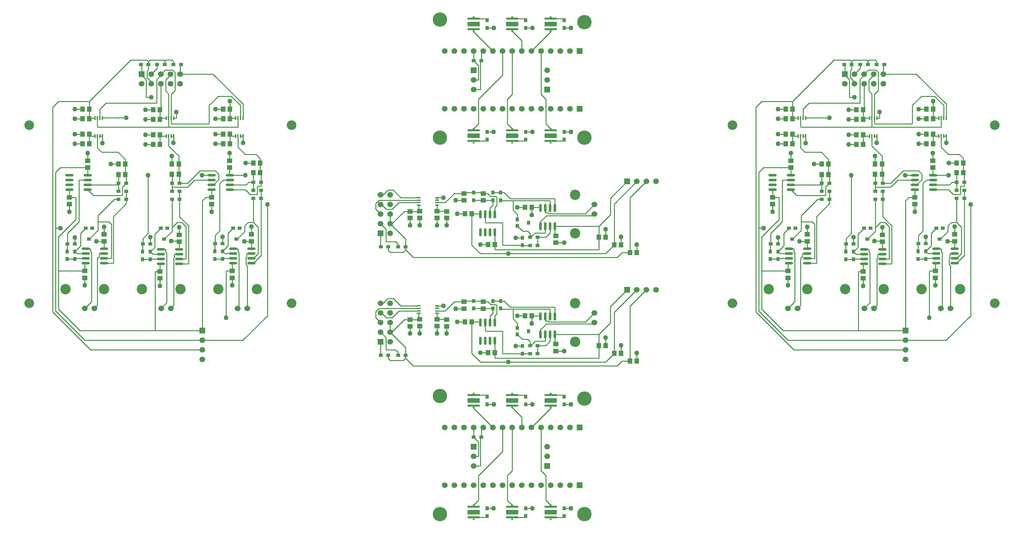
<source format=gtl>
%FSLAX25Y25*%
%MOIN*%
G70*
G01*
G75*
G04 Layer_Physical_Order=1*
G04 Layer_Color=255*
%ADD10R,0.12992X0.05118*%
%ADD11R,0.12992X0.01969*%
%ADD12R,0.01969X0.01575*%
%ADD13R,0.03543X0.04331*%
%ADD14R,0.04331X0.03543*%
%ADD15C,0.01000*%
%ADD16R,0.03937X0.03543*%
%ADD17R,0.01614X0.04016*%
%ADD18R,0.04921X0.05512*%
%ADD19R,0.04724X0.05512*%
%ADD20R,0.05512X0.04724*%
%ADD21O,0.08661X0.02362*%
%ADD22R,0.03543X0.03937*%
%ADD23R,0.04016X0.01614*%
%ADD24R,0.05512X0.04724*%
%ADD25R,0.05512X0.04921*%
%ADD26O,0.02362X0.08661*%
%ADD27R,0.05906X0.05906*%
%ADD28C,0.05906*%
%ADD29R,0.05906X0.05906*%
%ADD30C,0.05000*%
%ADD31C,0.14950*%
%ADD32C,0.10000*%
%ADD33C,0.06000*%
%ADD34C,0.10787*%
D10*
X595000Y18500D02*
D03*
X555000Y134500D02*
D03*
X515000Y18500D02*
D03*
X595000Y134500D02*
D03*
X555000Y18500D02*
D03*
X515000Y134500D02*
D03*
X595000Y409500D02*
D03*
X555000Y525500D02*
D03*
X515000Y409500D02*
D03*
X595000Y525500D02*
D03*
X555000Y409500D02*
D03*
X515000Y525500D02*
D03*
D11*
X595000Y24012D02*
D03*
Y12988D02*
D03*
X555000Y128988D02*
D03*
Y140012D02*
D03*
X515000Y24012D02*
D03*
Y12988D02*
D03*
X595000Y128988D02*
D03*
Y140012D02*
D03*
X555000Y24012D02*
D03*
Y12988D02*
D03*
X515000Y128988D02*
D03*
Y140012D02*
D03*
X595000Y415012D02*
D03*
Y403988D02*
D03*
X555000Y519988D02*
D03*
Y531012D02*
D03*
X515000Y415012D02*
D03*
Y403988D02*
D03*
X595000Y519988D02*
D03*
Y531012D02*
D03*
X555000Y415012D02*
D03*
Y403988D02*
D03*
X515000Y519988D02*
D03*
Y531012D02*
D03*
D12*
X595000Y25784D02*
D03*
Y11216D02*
D03*
X555000Y127216D02*
D03*
Y141783D02*
D03*
X515000Y25784D02*
D03*
Y11216D02*
D03*
X595000Y127216D02*
D03*
Y141783D02*
D03*
X555000Y25784D02*
D03*
Y11216D02*
D03*
X515000Y127216D02*
D03*
Y141783D02*
D03*
X595000Y416784D02*
D03*
Y402216D02*
D03*
X555000Y518217D02*
D03*
Y532784D02*
D03*
X515000Y416784D02*
D03*
Y402216D02*
D03*
X595000Y518217D02*
D03*
Y532784D02*
D03*
X555000Y416784D02*
D03*
Y402216D02*
D03*
X515000Y518217D02*
D03*
Y532784D02*
D03*
D13*
X609000Y14500D02*
D03*
Y22374D02*
D03*
Y138500D02*
D03*
Y130626D02*
D03*
X569000Y138500D02*
D03*
Y130626D02*
D03*
Y14500D02*
D03*
Y22374D02*
D03*
X529000Y14500D02*
D03*
Y22374D02*
D03*
Y138500D02*
D03*
Y130626D02*
D03*
X609000Y405500D02*
D03*
Y413374D02*
D03*
Y529500D02*
D03*
Y521626D02*
D03*
X569000Y529500D02*
D03*
Y521626D02*
D03*
Y405500D02*
D03*
Y413374D02*
D03*
X529000Y405500D02*
D03*
Y413374D02*
D03*
Y529500D02*
D03*
Y521626D02*
D03*
X254500Y281626D02*
D03*
Y289500D02*
D03*
X246500Y281626D02*
D03*
Y289500D02*
D03*
X179500Y281126D02*
D03*
Y289000D02*
D03*
X171500Y281126D02*
D03*
Y289000D02*
D03*
X101200Y281426D02*
D03*
Y289300D02*
D03*
X93200Y281426D02*
D03*
Y289300D02*
D03*
X984500Y281626D02*
D03*
Y289500D02*
D03*
X976500Y281626D02*
D03*
Y289500D02*
D03*
X909500Y281126D02*
D03*
Y289000D02*
D03*
X901500Y281126D02*
D03*
Y289000D02*
D03*
X831200Y281426D02*
D03*
Y289300D02*
D03*
X823200Y281426D02*
D03*
Y289300D02*
D03*
X543000Y230000D02*
D03*
Y237874D02*
D03*
X535000Y230000D02*
D03*
Y237874D02*
D03*
X572000Y206500D02*
D03*
X515000Y237874D02*
D03*
Y230000D02*
D03*
X565626Y191106D02*
D03*
Y183232D02*
D03*
X543000Y342500D02*
D03*
Y350374D02*
D03*
X535000Y342500D02*
D03*
Y350374D02*
D03*
X572000Y319000D02*
D03*
X515000Y350374D02*
D03*
Y342500D02*
D03*
X565626Y303606D02*
D03*
Y295732D02*
D03*
D14*
X523000Y96500D02*
D03*
X515126D02*
D03*
X523000Y487500D02*
D03*
X515126D02*
D03*
X169626Y483500D02*
D03*
X177500D02*
D03*
X211374D02*
D03*
X203500D02*
D03*
X186563D02*
D03*
X194437D02*
D03*
X246626Y297500D02*
D03*
X254500D02*
D03*
X171626Y297000D02*
D03*
X179500D02*
D03*
X93326Y297300D02*
D03*
X101200D02*
D03*
X286549Y361000D02*
D03*
X294423D02*
D03*
X202000Y360000D02*
D03*
X209874D02*
D03*
X146549D02*
D03*
X154423D02*
D03*
X294423Y352750D02*
D03*
X286549D02*
D03*
X294423Y344500D02*
D03*
X286549D02*
D03*
X209874Y351750D02*
D03*
X202000D02*
D03*
X209874Y343500D02*
D03*
X202000D02*
D03*
X154423Y351750D02*
D03*
X146549D02*
D03*
X154423Y343500D02*
D03*
X146549D02*
D03*
X268800Y302200D02*
D03*
X193900D02*
D03*
X115900D02*
D03*
X899626Y483500D02*
D03*
X907500D02*
D03*
X941374D02*
D03*
X933500D02*
D03*
X916563D02*
D03*
X924437D02*
D03*
X976626Y297500D02*
D03*
X984500D02*
D03*
X901626Y297000D02*
D03*
X909500D02*
D03*
X823326Y297300D02*
D03*
X831200D02*
D03*
X1016549Y361000D02*
D03*
X1024423D02*
D03*
X932000Y360000D02*
D03*
X939874D02*
D03*
X876549D02*
D03*
X884423D02*
D03*
X1024423Y352750D02*
D03*
X1016549D02*
D03*
X1024423Y344500D02*
D03*
X1016549D02*
D03*
X939874Y351750D02*
D03*
X932000D02*
D03*
X939874Y343500D02*
D03*
X932000D02*
D03*
X884423Y351750D02*
D03*
X876549D02*
D03*
X884423Y343500D02*
D03*
X876549D02*
D03*
X998800Y302200D02*
D03*
X923900D02*
D03*
X845900D02*
D03*
X573626Y183106D02*
D03*
X581500D02*
D03*
X573626Y191500D02*
D03*
X581500D02*
D03*
X418626Y181500D02*
D03*
X426500D02*
D03*
X436626D02*
D03*
X444500D02*
D03*
X573626Y295606D02*
D03*
X581500D02*
D03*
X573626Y304000D02*
D03*
X581500D02*
D03*
X418626Y294000D02*
D03*
X426500D02*
D03*
X436626D02*
D03*
X444500D02*
D03*
D15*
X535874Y22374D02*
X529000D01*
X576026D02*
X569000D01*
X616026D02*
X609000D01*
X576074Y130626D02*
X569000D01*
X615974D02*
X609000D01*
X527488Y140012D02*
X515000D01*
X607488D02*
X595000D01*
X527488Y12988D02*
X515000D01*
X567488D02*
X555000D01*
X607488D02*
X595000D01*
X535974Y130626D02*
X529000D01*
X515000Y126500D02*
Y127216D01*
X565000Y106500D02*
Y117217D01*
X555000Y127216D01*
Y128988D01*
X595000Y126500D02*
Y127216D01*
Y128988D01*
X520000Y91626D02*
X515126Y96500D01*
Y106374D01*
X535000Y106500D02*
X515000Y126500D01*
Y127216D01*
Y128988D01*
X520000Y76500D02*
X515000D01*
X520000D02*
Y91626D01*
X522000Y95500D02*
X523000Y96500D01*
Y104500D01*
X525000Y106500D01*
X522000Y66500D02*
X515000D01*
X522000D02*
Y95500D01*
X545000Y81500D02*
Y106500D01*
X520000Y56500D02*
X545000Y81500D01*
X515000Y25784D02*
X520000Y30784D01*
X515000Y24012D02*
Y25784D01*
X555000D02*
X550000Y30784D01*
Y56500D01*
X555000Y61500D01*
X567488Y140012D02*
X555000D01*
X575000Y106500D02*
X595000Y126500D01*
X520000Y30784D02*
Y56500D01*
X555000Y61500D02*
Y106500D01*
X590000Y30784D02*
Y56500D01*
X595000Y25784D02*
X590000Y30784D01*
Y56500D02*
X585000Y61500D01*
Y106500D01*
X535874Y413374D02*
X529000D01*
X576026D02*
X569000D01*
X616026D02*
X609000D01*
X576074Y521626D02*
X569000D01*
X615974D02*
X609000D01*
X527488Y531012D02*
X515000D01*
X607488D02*
X595000D01*
X527488Y403988D02*
X515000D01*
X567488D02*
X555000D01*
X607488D02*
X595000D01*
X535974Y521626D02*
X529000D01*
X515000Y517500D02*
Y518217D01*
X565000Y497500D02*
Y508216D01*
X555000Y518217D01*
Y519988D01*
X595000Y517500D02*
Y518217D01*
Y519988D01*
X520000Y482626D02*
X515126Y487500D01*
Y497374D01*
X535000Y497500D02*
X515000Y517500D01*
Y518217D01*
Y519988D01*
X520000Y467500D02*
X515000D01*
X520000D02*
Y482626D01*
X522000Y486500D02*
X523000Y487500D01*
Y495500D01*
X525000Y497500D01*
X522000Y457500D02*
X515000D01*
X522000D02*
Y486500D01*
X545000Y472500D02*
Y497500D01*
X520000Y447500D02*
X545000Y472500D01*
X515000Y416784D02*
X520000Y421783D01*
X515000Y415012D02*
Y416784D01*
X555000D02*
X550000Y421783D01*
Y447500D01*
X555000Y452500D01*
X567488Y531012D02*
X555000D01*
X575000Y497500D02*
X595000Y517500D01*
X520000Y421783D02*
Y447500D01*
X555000Y452500D02*
Y497500D01*
X590000Y421783D02*
Y447500D01*
X595000Y416784D02*
X590000Y421783D01*
Y447500D02*
X585000Y452500D01*
Y497500D01*
X174953Y449547D02*
X180547D01*
X174953Y467953D02*
Y449547D01*
X133547Y443547D02*
X186047D01*
Y467953D02*
Y443547D01*
X265551Y277000D02*
X264500Y275949D01*
Y269043D01*
Y261957D02*
Y254000D01*
X189500Y261457D02*
Y253500D01*
X209449Y299406D02*
Y291500D01*
X209500Y314500D02*
Y306543D01*
X112551Y277000D02*
X111500Y275949D01*
Y269043D01*
Y261957D02*
Y254000D01*
X131400Y314900D02*
Y307043D01*
X114400Y376457D02*
Y368549D01*
Y391600D02*
Y383543D01*
X261900Y376457D02*
Y368549D01*
Y391600D02*
Y383543D01*
X243051Y353500D02*
Y345592D01*
X243100Y338457D02*
Y330600D01*
X273118Y409000D02*
X275677D01*
Y402177D01*
X247000Y401000D02*
X255055D01*
X247000Y411000D02*
X254957D01*
X247000Y427000D02*
X254957D01*
X247000Y437000D02*
X255055D01*
X261945D02*
Y427098D01*
X262941Y427898D02*
X268000D01*
X264043Y409000D02*
X268000D01*
X262043Y411000D02*
X264043Y409000D01*
X262043Y411000D02*
Y401098D01*
X174500Y400500D02*
X182555D01*
X174500Y410500D02*
X182457D01*
X174500Y426500D02*
X182457D01*
X174500Y436500D02*
X182555D01*
X189445D02*
Y426598D01*
X190941Y427898D02*
X196000D01*
X191043Y409000D02*
X196000D01*
X189543Y410500D02*
X191043Y409000D01*
X189543Y410500D02*
Y400598D01*
X201118Y409000D02*
X203677D01*
X101000Y401000D02*
X109055D01*
X101000Y411000D02*
X108957D01*
X101000Y427000D02*
X108957D01*
X101000Y437000D02*
X109055D01*
X115945D02*
Y427098D01*
X116941Y427898D02*
X122000D01*
X118043Y409000D02*
X122000D01*
X116043Y411000D02*
X118043Y409000D01*
X116043Y411000D02*
Y401098D01*
X127118Y409000D02*
X129677D01*
Y401823D01*
X170500Y482626D02*
Y473500D01*
X186563Y479563D02*
X180500Y473500D01*
X186563Y483500D02*
Y479563D01*
X179000Y488000D02*
X177500Y486500D01*
X179000Y488000D02*
X193500D01*
X194437Y487063D01*
X195500Y488000D02*
X202000D01*
X203500Y486500D01*
Y483500D01*
X254874Y282000D02*
X265551D01*
X257000Y287000D02*
X265551D01*
X254500Y289500D02*
X257000Y287000D01*
X246500Y297374D02*
Y289500D01*
X284500Y292051D02*
X284449Y292000D01*
X284500Y299957D02*
Y292051D01*
X246500Y281626D02*
X254500D01*
Y304500D02*
Y297500D01*
X260000Y295000D02*
X254500Y289500D01*
X171500Y296874D02*
Y289000D01*
X179500Y304000D02*
Y297000D01*
X190553Y313617D02*
X184000Y307064D01*
Y293500D01*
X179500Y289000D01*
X101774Y282000D02*
X112551D01*
X93200Y281426D02*
X101200D01*
X103500Y287000D02*
X112551D01*
X101200Y289300D02*
X103500Y287000D01*
X93200Y297174D02*
Y289300D01*
X101200Y303800D02*
Y297300D01*
X107000Y295100D02*
X101200Y289300D01*
X107000Y308064D02*
Y295100D01*
X112554Y313617D02*
X107000Y308064D01*
X114449Y358500D02*
X145049D01*
X146549Y360000D02*
X145049Y358500D01*
X154423Y368121D02*
Y360000D01*
X153543Y369000D02*
X154423Y368121D01*
X153543Y380000D02*
Y369000D01*
X138500Y380000D02*
X146457D01*
X153543Y384957D02*
Y380000D01*
X146000Y392500D02*
X153543Y384957D01*
X129000Y392500D02*
X146000D01*
X124559Y396941D02*
X129000Y392500D01*
X124559Y409000D02*
Y396941D01*
X146457Y369000D02*
Y351842D01*
X154423Y360000D02*
X150500Y356077D01*
Y348000D01*
X150000Y347500D01*
X120449D02*
X150000D01*
X114449Y353500D02*
X120449Y347500D01*
X154423Y351750D02*
Y343500D01*
X142000D02*
X146549D01*
X142000D02*
X125000Y326500D01*
Y320000D02*
X136500D01*
X139000Y317500D01*
X154500Y339000D02*
X141000Y325500D01*
X154500Y343423D02*
Y339000D01*
X202000Y369408D02*
Y360000D01*
X209874Y368620D02*
Y360000D01*
X201908Y388592D02*
Y380000D01*
X208995D02*
Y369500D01*
Y388506D02*
Y380000D01*
X198559Y398941D02*
X208995Y388506D01*
X198559Y409000D02*
Y398941D01*
X209874Y351750D02*
Y343500D01*
X209449Y281500D02*
X216500D01*
X207500Y319500D02*
X212000D01*
X216500Y315000D01*
Y281500D01*
X219000Y316000D02*
Y276500D01*
X209874Y325126D02*
X219000Y316000D01*
X209874Y343500D02*
Y325126D01*
X209449Y276500D02*
X219000D01*
X207500Y319500D02*
X202500Y314500D01*
X202000Y360000D02*
Y356000D01*
Y351750D01*
X233000Y368500D02*
X243051D01*
X177000D02*
Y308000D01*
X171626Y302626D01*
Y297000D01*
X247000Y373000D02*
X250500Y369500D01*
X209874Y360000D02*
X218000D01*
X231000Y373000D02*
X247000D01*
X231000D02*
X218000Y360000D01*
X243051Y358500D02*
X244992D01*
X250500Y364008D02*
X244992Y358500D01*
X250500Y369500D02*
Y364008D01*
X225500Y363500D02*
X243051D01*
X225500D02*
X218000Y356000D01*
X202000D02*
X218000D01*
X177500Y486500D02*
Y483500D01*
X176000Y488000D02*
X177500Y486500D01*
X115945Y444555D02*
Y437000D01*
X171500Y281126D02*
X179500D01*
Y289000D02*
X182000Y286500D01*
X190551D01*
X179874Y281500D02*
X190551D01*
X131400Y299957D02*
Y292049D01*
X141000Y325500D02*
Y277000D01*
X190551Y276500D02*
X189500Y275449D01*
Y268543D01*
X95551Y353500D02*
Y345694D01*
X95400Y338457D02*
Y330600D01*
X105500Y363500D02*
X114449D01*
X184543Y268543D02*
X189500D01*
X184543D02*
Y207043D01*
X84000Y445000D02*
X115500D01*
X84000D02*
X78000Y439000D01*
Y226500D01*
X85957Y376457D02*
X114400D01*
X84043Y269043D02*
X111500D01*
X84000Y269000D02*
Y229500D01*
X106500Y207000D01*
X84000Y269000D02*
Y267500D01*
X84043Y269043D02*
X84000Y269000D01*
X106500Y207000D02*
X233500D01*
X129508Y292000D02*
X131449D01*
X251500Y360000D02*
Y310748D01*
X255000Y363500D02*
X251500Y360000D01*
X255000Y363500D02*
X261949D01*
X246626Y305874D02*
Y297500D01*
X251500Y310748D02*
X246626Y305874D01*
X286549Y319451D02*
X291500Y314500D01*
X284449Y277000D02*
X286390D01*
X294423Y285033D02*
X286390Y277000D01*
X291500Y314500D02*
Y287110D01*
X286390Y282000D01*
X284449D02*
X286390D01*
X294423Y344500D02*
Y285033D01*
X284500Y315000D02*
Y307043D01*
X293543Y381000D02*
Y371000D01*
X294423Y370121D02*
Y361000D01*
X270559Y409000D02*
Y397441D01*
X278000Y390000D01*
X278500Y381000D02*
X286457D01*
X293543Y385957D02*
Y381000D01*
X289500Y390000D02*
X293543Y385957D01*
X278000Y390000D02*
X289500D01*
X261949Y358500D02*
X279000D01*
X281500Y361000D02*
X279000Y358500D01*
X286457Y371000D02*
Y361000D01*
Y352842D01*
X281500Y361000D02*
X286457D01*
X286549D01*
X261949Y353500D02*
X278000D01*
X283000Y348500D01*
X290500D01*
Y357000D02*
Y348500D01*
Y357000D02*
X294500D01*
Y360923D02*
Y357000D01*
X261949Y368500D02*
X278000D01*
X78000Y226500D02*
X117500Y187000D01*
X233500D01*
X237043Y345543D02*
X243100D01*
X237043D02*
X233500Y342000D01*
Y207000D01*
X203677Y409000D02*
Y402323D01*
X194953Y477953D02*
X190500Y473500D01*
Y472405D01*
X127118Y437118D02*
Y427898D01*
X133547Y443547D02*
X127118Y437118D01*
X190500Y472405D02*
X186047Y467953D01*
X190500Y463500D02*
Y437555D01*
X201118Y452618D02*
Y427898D01*
X204953Y456453D02*
X201118Y452618D01*
X195500Y456000D02*
X198559Y452941D01*
Y427898D01*
X180500Y465500D02*
Y463500D01*
X177500Y483500D02*
Y478250D01*
X158500Y488000D02*
X159000D01*
X176000D01*
X159000D02*
X116000Y445000D01*
X170500Y473500D02*
Y472405D01*
X177500Y478250D02*
X176047Y476797D01*
X170500Y472405D02*
X174953Y467953D01*
X176047Y476797D02*
Y469953D01*
X180500Y465500D01*
X129780Y428000D02*
X154500D01*
X210500Y482626D02*
Y473500D01*
X194953Y477953D02*
X202344D01*
X200500Y473500D02*
Y472500D01*
X195500Y467500D01*
Y456000D01*
X202344Y477953D02*
X204953Y475344D01*
Y456453D01*
X198559Y427898D02*
Y418559D01*
X124559Y427898D02*
Y418941D01*
X125000Y418500D01*
X270500D01*
X270559Y418559D02*
X270500Y418500D01*
X270559Y427898D02*
Y418559D01*
X262000Y445500D02*
Y437055D01*
X275677Y442323D02*
Y427898D01*
X210500Y473500D02*
X244500D01*
X275677Y442323D01*
X258543Y269043D02*
X264500D01*
X258543D02*
X258000Y268500D01*
X276957Y299957D02*
X284500D01*
X93500Y308000D02*
Y297474D01*
X105500Y363500D02*
Y320000D01*
X93500Y308000D01*
X85957Y376457D02*
X81000Y371500D01*
Y227500D02*
X111500Y197000D01*
X233500D01*
X95400Y345543D02*
X101957D01*
Y322457D01*
X84000Y304500D02*
Y269000D01*
X101957Y322457D02*
X84000Y304500D01*
X123457Y299957D02*
X131400D01*
X81000Y313500D02*
X86000D01*
X81000Y371500D02*
Y313500D01*
Y227500D01*
X279500Y287000D02*
X284449D01*
X280000Y274508D02*
Y230300D01*
X278618Y275889D02*
X280000Y274508D01*
X279500Y283992D02*
X278618Y283110D01*
X279500Y287000D02*
Y283992D01*
X278618Y283110D02*
Y275889D01*
X265551Y292000D02*
X270500D01*
Y288992D02*
X271382Y288110D01*
X270500Y292000D02*
Y288992D01*
X271382Y288110D02*
Y231682D01*
X270000Y230300D01*
X204500Y286500D02*
X209449D01*
X204500Y283492D02*
X203618Y282611D01*
X204500Y286500D02*
Y283492D01*
X203618Y233218D02*
X200700Y230300D01*
X203618Y282611D02*
Y233218D01*
X190551Y291500D02*
X195500D01*
Y288492D02*
X196382Y287611D01*
X195500Y291500D02*
Y288492D01*
X196382Y287611D02*
Y235982D01*
X190700Y230300D01*
X131449Y282000D02*
X139000D01*
Y317500D02*
Y282000D01*
X131449Y277000D02*
X141000D01*
X126500Y287000D02*
X131449D01*
X126500D02*
Y283992D01*
X124506Y281999D01*
Y233406D02*
X121400Y230300D01*
X124506Y281999D02*
Y233406D01*
X112551Y292000D02*
X117500D01*
Y288992D02*
X118382Y288110D01*
X117500Y292000D02*
Y288992D01*
X118382Y288110D02*
Y237282D01*
X111400Y230300D01*
X301000Y338000D02*
Y222500D01*
X275500Y197000D01*
X233500D02*
X275500D01*
X258000Y268500D02*
Y222500D01*
X265454Y313617D02*
X260000Y308164D01*
Y295000D01*
X201000Y300000D02*
X208957D01*
X294423Y352750D02*
Y344500D01*
X194437Y487063D02*
Y486937D01*
Y483500D01*
X195500Y488000D02*
X194437Y486937D01*
X206500Y434000D02*
Y428000D01*
X203677Y427898D02*
X206398D01*
X201118D02*
Y422382D01*
X201618Y421882D01*
X239882D01*
X240500Y422500D02*
X239882Y421882D01*
X240500Y441000D02*
Y422500D01*
X250000Y450500D02*
X240500Y441000D01*
X250000Y450500D02*
X263500D01*
X273000Y441000D01*
Y428016D01*
X268800Y302200D02*
X269700D01*
X277500Y310000D02*
X269700Y302200D01*
X277500Y316000D02*
Y310000D01*
X281000Y319500D02*
X277500Y316000D01*
X281000Y319500D02*
X286500D01*
X286549Y344500D02*
Y319451D01*
X202000Y310300D02*
X193900Y302200D01*
X202000Y343500D02*
Y310300D01*
X125000Y311300D02*
X115900Y302200D01*
X125000Y326500D02*
Y320000D01*
Y311300D01*
X904953Y449547D02*
X910547D01*
X904953Y467953D02*
Y449547D01*
X863547Y443547D02*
X916047D01*
Y467953D02*
Y443547D01*
X995551Y277000D02*
X994500Y275949D01*
Y269043D01*
Y261957D02*
Y254000D01*
X919500Y261457D02*
Y253500D01*
X939449Y299406D02*
Y291500D01*
X939500Y314500D02*
Y306543D01*
X842551Y277000D02*
X841500Y275949D01*
Y269043D01*
Y261957D02*
Y254000D01*
X861400Y314900D02*
Y307043D01*
X844400Y376457D02*
Y368549D01*
Y391600D02*
Y383543D01*
X991900Y376457D02*
Y368549D01*
Y391600D02*
Y383543D01*
X973051Y353500D02*
Y345592D01*
X973100Y338457D02*
Y330600D01*
X1003118Y409000D02*
X1005677D01*
Y402177D01*
X977000Y401000D02*
X985055D01*
X977000Y411000D02*
X984957D01*
X977000Y427000D02*
X984957D01*
X977000Y437000D02*
X985055D01*
X991945D02*
Y427098D01*
X992941Y427898D02*
X998000D01*
X994043Y409000D02*
X998000D01*
X992043Y411000D02*
X994043Y409000D01*
X992043Y411000D02*
Y401098D01*
X904500Y400500D02*
X912555D01*
X904500Y410500D02*
X912457D01*
X904500Y426500D02*
X912457D01*
X904500Y436500D02*
X912555D01*
X919445D02*
Y426598D01*
X920941Y427898D02*
X926000D01*
X921043Y409000D02*
X926000D01*
X919543Y410500D02*
X921043Y409000D01*
X919543Y410500D02*
Y400598D01*
X931118Y409000D02*
X933677D01*
X831000Y401000D02*
X839055D01*
X831000Y411000D02*
X838957D01*
X831000Y427000D02*
X838957D01*
X831000Y437000D02*
X839055D01*
X845945D02*
Y427098D01*
X846941Y427898D02*
X852000D01*
X848043Y409000D02*
X852000D01*
X846043Y411000D02*
X848043Y409000D01*
X846043Y411000D02*
Y401098D01*
X857118Y409000D02*
X859677D01*
Y401823D01*
X900500Y482626D02*
Y473500D01*
X916563Y479563D02*
X910500Y473500D01*
X916563Y483500D02*
Y479563D01*
X909000Y488000D02*
X907500Y486500D01*
X909000Y488000D02*
X923500D01*
X924437Y487063D01*
X925500Y488000D02*
X932000D01*
X933500Y486500D01*
Y483500D01*
X984874Y282000D02*
X995551D01*
X987000Y287000D02*
X995551D01*
X984500Y289500D02*
X987000Y287000D01*
X976500Y297374D02*
Y289500D01*
X1014500Y292051D02*
X1014449Y292000D01*
X1014500Y299957D02*
Y292051D01*
X976500Y281626D02*
X984500D01*
Y304500D02*
Y297500D01*
X990000Y295000D02*
X984500Y289500D01*
X901500Y296874D02*
Y289000D01*
X909500Y304000D02*
Y297000D01*
X920553Y313617D02*
X914000Y307064D01*
Y293500D01*
X909500Y289000D01*
X831774Y282000D02*
X842551D01*
X823200Y281426D02*
X831200D01*
X833500Y287000D02*
X842551D01*
X831200Y289300D02*
X833500Y287000D01*
X823200Y297174D02*
Y289300D01*
X831200Y303800D02*
Y297300D01*
X837000Y295100D02*
X831200Y289300D01*
X837000Y308064D02*
Y295100D01*
X842554Y313617D02*
X837000Y308064D01*
X844449Y358500D02*
X875049D01*
X876549Y360000D02*
X875049Y358500D01*
X884423Y368121D02*
Y360000D01*
X883543Y369000D02*
X884423Y368121D01*
X883543Y380000D02*
Y369000D01*
X868500Y380000D02*
X876457D01*
X883543Y384957D02*
Y380000D01*
X876000Y392500D02*
X883543Y384957D01*
X859000Y392500D02*
X876000D01*
X854559Y396941D02*
X859000Y392500D01*
X854559Y409000D02*
Y396941D01*
X876457Y369000D02*
Y351842D01*
X884423Y360000D02*
X880500Y356077D01*
Y348000D01*
X880000Y347500D01*
X850449D02*
X880000D01*
X844449Y353500D02*
X850449Y347500D01*
X884423Y351750D02*
Y343500D01*
X872000D02*
X876549D01*
X872000D02*
X855000Y326500D01*
Y320000D02*
X866500D01*
X869000Y317500D01*
X884500Y339000D02*
X871000Y325500D01*
X884500Y343423D02*
Y339000D01*
X932000Y369408D02*
Y360000D01*
X939874Y368620D02*
Y360000D01*
X931908Y388592D02*
Y380000D01*
X938995D02*
Y369500D01*
Y388506D02*
Y380000D01*
X928559Y398941D02*
X938995Y388506D01*
X928559Y409000D02*
Y398941D01*
X939874Y351750D02*
Y343500D01*
X939449Y281500D02*
X946500D01*
X937500Y319500D02*
X942000D01*
X946500Y315000D01*
Y281500D01*
X949000Y316000D02*
Y276500D01*
X939874Y325126D02*
X949000Y316000D01*
X939874Y343500D02*
Y325126D01*
X939449Y276500D02*
X949000D01*
X937500Y319500D02*
X932500Y314500D01*
X932000Y360000D02*
Y356000D01*
Y351750D01*
X963000Y368500D02*
X973051D01*
X907000D02*
Y308000D01*
X901626Y302626D01*
Y297000D01*
X977000Y373000D02*
X980500Y369500D01*
X939874Y360000D02*
X948000D01*
X961000Y373000D02*
X977000D01*
X961000D02*
X948000Y360000D01*
X973051Y358500D02*
X974992D01*
X980500Y364008D02*
X974992Y358500D01*
X980500Y369500D02*
Y364008D01*
X955500Y363500D02*
X973051D01*
X955500D02*
X948000Y356000D01*
X932000D02*
X948000D01*
X907500Y486500D02*
Y483500D01*
X906000Y488000D02*
X907500Y486500D01*
X845945Y444555D02*
Y437000D01*
X901500Y281126D02*
X909500D01*
Y289000D02*
X912000Y286500D01*
X920551D01*
X909874Y281500D02*
X920551D01*
X861400Y299957D02*
Y292049D01*
X871000Y325500D02*
Y277000D01*
X920551Y276500D02*
X919500Y275449D01*
Y268543D01*
X825551Y353500D02*
Y345694D01*
X825400Y338457D02*
Y330600D01*
X835500Y363500D02*
X844449D01*
X914543Y268543D02*
X919500D01*
X914543D02*
Y207043D01*
X814000Y445000D02*
X845500D01*
X814000D02*
X808000Y439000D01*
Y226500D01*
X815957Y376457D02*
X844400D01*
X814043Y269043D02*
X841500D01*
X814000Y269000D02*
Y229500D01*
X836500Y207000D01*
X814000Y269000D02*
Y267500D01*
X814043Y269043D02*
X814000Y269000D01*
X836500Y207000D02*
X963500D01*
X859508Y292000D02*
X861449D01*
X981500Y360000D02*
Y310748D01*
X985000Y363500D02*
X981500Y360000D01*
X985000Y363500D02*
X991949D01*
X976626Y305874D02*
Y297500D01*
X981500Y310748D02*
X976626Y305874D01*
X1016549Y319451D02*
X1021500Y314500D01*
X1014449Y277000D02*
X1016390D01*
X1024423Y285033D02*
X1016390Y277000D01*
X1021500Y314500D02*
Y287110D01*
X1016390Y282000D01*
X1014449D02*
X1016390D01*
X1024423Y344500D02*
Y285033D01*
X1014500Y315000D02*
Y307043D01*
X1023543Y381000D02*
Y371000D01*
X1024423Y370121D02*
Y361000D01*
X1000559Y409000D02*
Y397441D01*
X1008000Y390000D01*
X1008500Y381000D02*
X1016457D01*
X1023543Y385957D02*
Y381000D01*
X1019500Y390000D02*
X1023543Y385957D01*
X1008000Y390000D02*
X1019500D01*
X991949Y358500D02*
X1009000D01*
X1011500Y361000D02*
X1009000Y358500D01*
X1016457Y371000D02*
Y361000D01*
Y352842D01*
X1011500Y361000D02*
X1016457D01*
X1016549D01*
X991949Y353500D02*
X1008000D01*
X1013000Y348500D01*
X1020500D01*
Y357000D02*
Y348500D01*
Y357000D02*
X1024500D01*
Y360923D02*
Y357000D01*
X991949Y368500D02*
X1008000D01*
X808000Y226500D02*
X847500Y187000D01*
X963500D01*
X967043Y345543D02*
X973100D01*
X967043D02*
X963500Y342000D01*
Y207000D01*
X933677Y409000D02*
Y402323D01*
X924953Y477953D02*
X920500Y473500D01*
Y472405D01*
X857118Y437118D02*
Y427898D01*
X863547Y443547D02*
X857118Y437118D01*
X920500Y472405D02*
X916047Y467953D01*
X920500Y463500D02*
Y437555D01*
X931118Y452618D02*
Y427898D01*
X934953Y456453D02*
X931118Y452618D01*
X925500Y456000D02*
X928559Y452941D01*
Y427898D01*
X910500Y465500D02*
Y463500D01*
X907500Y483500D02*
Y478250D01*
X888500Y488000D02*
X889000D01*
X906000D01*
X889000D02*
X846000Y445000D01*
X900500Y473500D02*
Y472405D01*
X907500Y478250D02*
X906047Y476797D01*
X900500Y472405D02*
X904953Y467953D01*
X906047Y476797D02*
Y469953D01*
X910500Y465500D01*
X859779Y428000D02*
X884500D01*
X940500Y482626D02*
Y473500D01*
X924953Y477953D02*
X932344D01*
X930500Y473500D02*
Y472500D01*
X925500Y467500D01*
Y456000D01*
X932344Y477953D02*
X934953Y475344D01*
Y456453D01*
X928559Y427898D02*
Y418559D01*
X854559Y427898D02*
Y418941D01*
X855000Y418500D01*
X1000500D01*
X1000559Y418559D02*
X1000500Y418500D01*
X1000559Y427898D02*
Y418559D01*
X992000Y445500D02*
Y437055D01*
X1005677Y442323D02*
Y427898D01*
X940500Y473500D02*
X974500D01*
X1005677Y442323D01*
X988543Y269043D02*
X994500D01*
X988543D02*
X988000Y268500D01*
X1006957Y299957D02*
X1014500D01*
X823500Y308000D02*
Y297474D01*
X835500Y363500D02*
Y320000D01*
X823500Y308000D01*
X815957Y376457D02*
X811000Y371500D01*
Y227500D02*
X841500Y197000D01*
X963500D01*
X825400Y345543D02*
X831957D01*
Y322457D01*
X814000Y304500D02*
Y269000D01*
X831957Y322457D02*
X814000Y304500D01*
X853457Y299957D02*
X861400D01*
X811000Y313500D02*
X816000D01*
X811000Y371500D02*
Y313500D01*
Y227500D01*
X1009500Y287000D02*
X1014449D01*
X1010000Y274508D02*
Y230300D01*
X1008618Y275889D02*
X1010000Y274508D01*
X1009500Y283992D02*
X1008618Y283110D01*
X1009500Y287000D02*
Y283992D01*
X1008618Y283110D02*
Y275889D01*
X995551Y292000D02*
X1000500D01*
Y288992D02*
X1001382Y288110D01*
X1000500Y292000D02*
Y288992D01*
X1001382Y288110D02*
Y231682D01*
X1000000Y230300D01*
X934500Y286500D02*
X939449D01*
X934500Y283492D02*
X933618Y282611D01*
X934500Y286500D02*
Y283492D01*
X933618Y233218D02*
X930700Y230300D01*
X933618Y282611D02*
Y233218D01*
X920551Y291500D02*
X925500D01*
Y288492D02*
X926382Y287611D01*
X925500Y291500D02*
Y288492D01*
X926382Y287611D02*
Y235982D01*
X920700Y230300D01*
X861449Y282000D02*
X869000D01*
Y317500D02*
Y282000D01*
X861449Y277000D02*
X871000D01*
X856500Y287000D02*
X861449D01*
X856500D02*
Y283992D01*
X854506Y281999D01*
Y233406D02*
X851400Y230300D01*
X854506Y281999D02*
Y233406D01*
X842551Y292000D02*
X847500D01*
Y288992D02*
X848382Y288110D01*
X847500Y292000D02*
Y288992D01*
X848382Y288110D02*
Y237282D01*
X841400Y230300D01*
X1031000Y338000D02*
Y222500D01*
X1005500Y197000D01*
X963500D02*
X1005500D01*
X988000Y268500D02*
Y222500D01*
X995453Y313617D02*
X990000Y308164D01*
Y295000D01*
X931000Y300000D02*
X938957D01*
X1024423Y352750D02*
Y344500D01*
X924437Y487063D02*
Y486937D01*
Y483500D01*
X925500Y488000D02*
X924437Y486937D01*
X936500Y434000D02*
Y428000D01*
X933677Y427898D02*
X936398D01*
X931118D02*
Y422382D01*
X931618Y421882D01*
X969882D01*
X970500Y422500D02*
X969882Y421882D01*
X970500Y441000D02*
Y422500D01*
X980000Y450500D02*
X970500Y441000D01*
X980000Y450500D02*
X993500D01*
X1003000Y441000D01*
Y428016D01*
X998800Y302200D02*
X999700D01*
X1007500Y310000D02*
X999700Y302200D01*
X1007500Y316000D02*
Y310000D01*
X1011000Y319500D02*
X1007500Y316000D01*
X1011000Y319500D02*
X1016500D01*
X1016549Y344500D02*
Y319451D01*
X932000Y310300D02*
X923900Y302200D01*
X932000Y343500D02*
Y310300D01*
X855000Y311300D02*
X845900Y302200D01*
X855000Y326500D02*
Y320000D01*
Y311300D01*
X449000Y218445D02*
X458705D01*
X477000Y218740D02*
X486705D01*
X458102Y219638D02*
Y225000D01*
X477000Y218740D02*
Y225000D01*
Y230118D02*
Y232677D01*
X449000Y204000D02*
Y211555D01*
X459000Y204000D02*
Y211653D01*
X477000Y204000D02*
Y211653D01*
X487000Y204000D02*
Y211555D01*
X430000Y205500D02*
X442945Y218445D01*
X449000D01*
X437559Y227559D02*
X458102D01*
X430500Y220500D02*
X437559Y227559D01*
X477000Y232677D02*
X483823D01*
X537000Y184043D02*
Y196551D01*
X522000Y184000D02*
X529957D01*
X521449Y216000D02*
X522000Y215449D01*
X513043Y216000D02*
X521449D01*
X498000D02*
X505957D01*
X496408Y229908D02*
X505000D01*
X505879Y237874D02*
X515000D01*
Y230000D02*
X524908D01*
X515000Y237874D02*
X524121D01*
X535000D02*
X543000D01*
X534908Y229908D02*
X535000Y230000D01*
X525092D02*
X535000D01*
X583949Y222500D02*
X584500Y221949D01*
X575543Y222500D02*
X583949D01*
X560500D02*
X568457D01*
X581500Y183106D02*
Y191500D01*
X565752Y183106D02*
X573626D01*
X558606Y191106D02*
X565626D01*
X428500Y205500D02*
Y215500D01*
X413500Y220500D02*
X418500Y215500D01*
X413500Y220500D02*
Y226797D01*
X416821Y230118D01*
X458102D01*
X418500Y225500D02*
X419500D01*
X424500Y220500D01*
X430500D01*
X418500Y235500D02*
X421000D01*
X426000Y240500D01*
X431677D01*
X439500Y232677D01*
X458102D01*
X418500Y181626D02*
Y195500D01*
Y205500D02*
X424000Y200000D01*
Y187000D02*
Y200000D01*
Y187000D02*
X434000D01*
X436626Y184374D01*
Y181500D02*
Y184374D01*
X428500Y205500D02*
X430000D01*
X428500D02*
X444500Y189500D01*
Y181500D02*
Y189500D01*
X426500Y178000D02*
Y181500D01*
Y178000D02*
X428500Y176000D01*
X442000D01*
X444500Y178500D01*
Y181500D01*
X477000Y227559D02*
X485559D01*
X494994Y236995D01*
X505000D01*
X532000Y215449D02*
Y222000D01*
X535000Y225000D01*
Y230000D01*
X537000Y215449D02*
Y222500D01*
X539000Y224500D01*
Y233000D01*
X538000Y234000D02*
X539000Y233000D01*
X532816Y234000D02*
X538000D01*
X529816Y237000D02*
X532816Y234000D01*
X525005Y237000D02*
X529816D01*
X543500Y229500D02*
X556000D01*
X543000Y230000D02*
X543500Y229500D01*
X543000Y237874D02*
X543374Y237500D01*
X599500Y221949D02*
Y231000D01*
X543000Y237874D02*
X546626D01*
X553000Y231500D01*
X594500Y221949D02*
Y229000D01*
X594000Y229500D02*
X594500Y229000D01*
X556000Y229500D02*
X594000D01*
X553000Y231500D02*
X599000D01*
X599500Y231000D01*
X581500Y191500D02*
X590000D01*
X594500Y196000D01*
Y203051D01*
X599500Y194043D02*
Y203051D01*
X600500Y185957D02*
X609043D01*
X667945Y183500D02*
Y191945D01*
X684445Y175500D02*
Y183945D01*
X677555Y232555D02*
X694500Y249500D01*
X677555Y175500D02*
Y232555D01*
X661055Y226055D02*
X684500Y249500D01*
X651945Y191500D02*
Y199945D01*
X661055Y183500D02*
Y226055D01*
X584500Y203051D02*
Y208000D01*
X589500Y217000D02*
Y221949D01*
X592508Y217000D02*
X593390Y216118D01*
X589500Y217000D02*
X592508D01*
X584500Y208000D02*
X590618Y214118D01*
X639118D02*
X640500Y215500D01*
X590618Y214118D02*
X639118D01*
X593390Y216118D02*
X631118D01*
X640500Y225500D01*
X599500Y203051D02*
X644949D01*
Y201161D02*
Y203051D01*
X645055Y191500D02*
Y203055D01*
X657000Y215000D01*
Y232000D01*
X674500Y249500D01*
X537055Y178555D02*
Y183988D01*
X589500Y196500D02*
Y203051D01*
X589000Y196000D02*
X589500Y196500D01*
X573626Y191500D02*
X574563D01*
X579063Y196000D02*
X589000D01*
X574563Y191500D02*
X579063Y196000D01*
X556000Y219500D02*
Y229500D01*
X560583Y209846D02*
Y214917D01*
X556000Y219500D02*
X560583Y214917D01*
Y203153D02*
X565736Y198000D01*
X571000D01*
X573626Y195374D01*
Y191500D02*
Y195374D01*
X575543Y214543D02*
Y222500D01*
X545000Y183500D02*
Y206500D01*
Y183500D02*
X545268Y183232D01*
X527000Y207000D02*
Y215449D01*
Y207000D02*
X527500Y206500D01*
X545000D01*
X513043Y183457D02*
Y216000D01*
X545268Y183232D02*
X565626D01*
X645055Y178555D02*
Y191500D01*
X537055Y178555D02*
X645055D01*
X513043Y183457D02*
X522000Y174500D01*
X551000D01*
X669000Y175500D02*
X677555D01*
X452500Y170500D02*
X664000D01*
X669000Y175500D01*
X551000Y174500D02*
X652055D01*
X661055Y183500D01*
X444500Y178500D02*
X452500Y170500D01*
X449000Y330945D02*
X458705D01*
X477000Y331240D02*
X486705D01*
X458102Y332138D02*
Y337500D01*
X477000Y331240D02*
Y337500D01*
Y342618D02*
Y345177D01*
X449000Y316500D02*
Y324055D01*
X459000Y316500D02*
Y324153D01*
X477000Y316500D02*
Y324153D01*
X487000Y316500D02*
Y324055D01*
X430000Y318000D02*
X442945Y330945D01*
X449000D01*
X437559Y340059D02*
X458102D01*
X430500Y333000D02*
X437559Y340059D01*
X477000Y345177D02*
X483823D01*
X537000Y296543D02*
Y309051D01*
X522000Y296500D02*
X529957D01*
X521449Y328500D02*
X522000Y327949D01*
X513043Y328500D02*
X521449D01*
X498000D02*
X505957D01*
X496408Y342408D02*
X505000D01*
X505879Y350374D02*
X515000D01*
Y342500D02*
X524908D01*
X515000Y350374D02*
X524121D01*
X535000D02*
X543000D01*
X534908Y342408D02*
X535000Y342500D01*
X525092D02*
X535000D01*
X583949Y335000D02*
X584500Y334449D01*
X575543Y335000D02*
X583949D01*
X560500D02*
X568457D01*
X581500Y295606D02*
Y304000D01*
X565752Y295606D02*
X573626D01*
X558606Y303606D02*
X565626D01*
X428500Y318000D02*
Y328000D01*
X413500Y333000D02*
X418500Y328000D01*
X413500Y333000D02*
Y339297D01*
X416821Y342618D01*
X458102D01*
X418500Y338000D02*
X419500D01*
X424500Y333000D01*
X430500D01*
X418500Y348000D02*
X421000D01*
X426000Y353000D01*
X431677D01*
X439500Y345177D01*
X458102D01*
X418500Y294126D02*
Y308000D01*
Y318000D02*
X424000Y312500D01*
Y299500D02*
Y312500D01*
Y299500D02*
X434000D01*
X436626Y296874D01*
Y294000D02*
Y296874D01*
X428500Y318000D02*
X430000D01*
X428500D02*
X444500Y302000D01*
Y294000D02*
Y302000D01*
X426500Y290500D02*
Y294000D01*
Y290500D02*
X428500Y288500D01*
X442000D01*
X444500Y291000D01*
Y294000D01*
X477000Y340059D02*
X485559D01*
X494994Y349495D01*
X505000D01*
X532000Y327949D02*
Y334500D01*
X535000Y337500D01*
Y342500D01*
X537000Y327949D02*
Y335000D01*
X539000Y337000D01*
Y345500D01*
X538000Y346500D02*
X539000Y345500D01*
X532816Y346500D02*
X538000D01*
X529816Y349500D02*
X532816Y346500D01*
X525005Y349500D02*
X529816D01*
X543500Y342000D02*
X556000D01*
X543000Y342500D02*
X543500Y342000D01*
X543000Y350374D02*
X543374Y350000D01*
X599500Y334449D02*
Y343500D01*
X543000Y350374D02*
X546626D01*
X553000Y344000D01*
X594500Y334449D02*
Y341500D01*
X594000Y342000D02*
X594500Y341500D01*
X556000Y342000D02*
X594000D01*
X553000Y344000D02*
X599000D01*
X599500Y343500D01*
X581500Y304000D02*
X590000D01*
X594500Y308500D01*
Y315551D01*
X599500Y306543D02*
Y315551D01*
X600500Y298457D02*
X609043D01*
X667945Y296000D02*
Y304445D01*
X684445Y288000D02*
Y296445D01*
X677555Y345055D02*
X694500Y362000D01*
X677555Y288000D02*
Y345055D01*
X661055Y338555D02*
X684500Y362000D01*
X651945Y304000D02*
Y312445D01*
X661055Y296000D02*
Y338555D01*
X584500Y315551D02*
Y320500D01*
X589500Y329500D02*
Y334449D01*
X592508Y329500D02*
X593390Y328618D01*
X589500Y329500D02*
X592508D01*
X584500Y320500D02*
X590618Y326618D01*
X639118D02*
X640500Y328000D01*
X590618Y326618D02*
X639118D01*
X593390Y328618D02*
X631118D01*
X640500Y338000D01*
X599500Y315551D02*
X644949D01*
Y313661D02*
Y315551D01*
X645055Y304000D02*
Y315555D01*
X657000Y327500D01*
Y344500D01*
X674500Y362000D01*
X537055Y291055D02*
Y296488D01*
X589500Y309000D02*
Y315551D01*
X589000Y308500D02*
X589500Y309000D01*
X573626Y304000D02*
X574563D01*
X579063Y308500D02*
X589000D01*
X574563Y304000D02*
X579063Y308500D01*
X556000Y332000D02*
Y342000D01*
X560583Y322346D02*
Y327417D01*
X556000Y332000D02*
X560583Y327417D01*
Y315653D02*
X565736Y310500D01*
X571000D01*
X573626Y307874D01*
Y304000D02*
Y307874D01*
X575543Y327043D02*
Y335000D01*
X545000Y296000D02*
Y319000D01*
Y296000D02*
X545268Y295732D01*
X527000Y319500D02*
Y327949D01*
Y319500D02*
X527500Y319000D01*
X545000D01*
X513043Y295957D02*
Y328500D01*
X545268Y295732D02*
X565626D01*
X645055Y291055D02*
Y304000D01*
X537055Y291055D02*
X645055D01*
X513043Y295957D02*
X522000Y287000D01*
X551000D01*
X669000Y288000D02*
X677555D01*
X452500Y283000D02*
X664000D01*
X669000Y288000D01*
X551000Y287000D02*
X652055D01*
X661055Y296000D01*
X444500Y291000D02*
X452500Y283000D01*
D16*
X265454Y313617D02*
D03*
X272147D02*
D03*
X190553D02*
D03*
X197247D02*
D03*
X112554D02*
D03*
X119246D02*
D03*
X995453D02*
D03*
X1002147D02*
D03*
X920553D02*
D03*
X927246D02*
D03*
X842554D02*
D03*
X849247D02*
D03*
D17*
X268000Y409000D02*
D03*
X270559D02*
D03*
X273118D02*
D03*
X275677D02*
D03*
X268000Y427898D02*
D03*
X270559D02*
D03*
X273118D02*
D03*
X275677D02*
D03*
X196000Y409000D02*
D03*
X198559D02*
D03*
X201118D02*
D03*
X203677D02*
D03*
X196000Y427898D02*
D03*
X198559D02*
D03*
X201118D02*
D03*
X203677D02*
D03*
X122000Y409000D02*
D03*
X124559D02*
D03*
X127118D02*
D03*
X129677D02*
D03*
X122000Y427898D02*
D03*
X124559D02*
D03*
X127118D02*
D03*
X129677D02*
D03*
X998000Y409000D02*
D03*
X1000559D02*
D03*
X1003118D02*
D03*
X1005677D02*
D03*
X998000Y427898D02*
D03*
X1000559D02*
D03*
X1003118D02*
D03*
X1005677D02*
D03*
X926000Y409000D02*
D03*
X928559D02*
D03*
X931118D02*
D03*
X933677D02*
D03*
X926000Y427898D02*
D03*
X928559D02*
D03*
X931118D02*
D03*
X933677D02*
D03*
X852000Y409000D02*
D03*
X854559D02*
D03*
X857118D02*
D03*
X859677D02*
D03*
X852000Y427898D02*
D03*
X854559D02*
D03*
X857118D02*
D03*
X859677D02*
D03*
D18*
X261945Y401000D02*
D03*
X255055D02*
D03*
X261945Y437000D02*
D03*
X255055D02*
D03*
X189445Y400500D02*
D03*
X182555D02*
D03*
X189445Y436500D02*
D03*
X182555D02*
D03*
X115945Y401000D02*
D03*
X109055D02*
D03*
X115945Y437000D02*
D03*
X109055D02*
D03*
X991945Y401000D02*
D03*
X985055D02*
D03*
X991945Y437000D02*
D03*
X985055D02*
D03*
X919445Y400500D02*
D03*
X912555D02*
D03*
X919445Y436500D02*
D03*
X912555D02*
D03*
X845945Y401000D02*
D03*
X839055D02*
D03*
X845945Y437000D02*
D03*
X839055D02*
D03*
X645055Y191500D02*
D03*
X651945D02*
D03*
X661055Y183500D02*
D03*
X667945D02*
D03*
X677555Y175500D02*
D03*
X684445D02*
D03*
X645055Y304000D02*
D03*
X651945D02*
D03*
X661055Y296000D02*
D03*
X667945D02*
D03*
X677555Y288000D02*
D03*
X684445D02*
D03*
D19*
X254957Y411000D02*
D03*
X262043D02*
D03*
X254957Y427000D02*
D03*
X262043D02*
D03*
X182457Y410500D02*
D03*
X189543D02*
D03*
X182457Y426500D02*
D03*
X189543D02*
D03*
X108957Y411000D02*
D03*
X116043D02*
D03*
X286457Y371000D02*
D03*
X293543D02*
D03*
X108957Y427000D02*
D03*
X116043D02*
D03*
X201908Y369500D02*
D03*
X208995D02*
D03*
X146457Y369000D02*
D03*
X153543D02*
D03*
X286457Y381000D02*
D03*
X293543D02*
D03*
X201908Y380000D02*
D03*
X208995D02*
D03*
X146457D02*
D03*
X153543D02*
D03*
X984957Y411000D02*
D03*
X992043D02*
D03*
X984957Y427000D02*
D03*
X992043D02*
D03*
X912457Y410500D02*
D03*
X919543D02*
D03*
X912457Y426500D02*
D03*
X919543D02*
D03*
X838957Y411000D02*
D03*
X846043D02*
D03*
X1016457Y371000D02*
D03*
X1023543D02*
D03*
X838957Y427000D02*
D03*
X846043D02*
D03*
X931908Y369500D02*
D03*
X938995D02*
D03*
X876457Y369000D02*
D03*
X883543D02*
D03*
X1016457Y381000D02*
D03*
X1023543D02*
D03*
X931908Y380000D02*
D03*
X938995D02*
D03*
X876457D02*
D03*
X883543D02*
D03*
X537043Y184000D02*
D03*
X529957D02*
D03*
X513043Y216000D02*
D03*
X505957D02*
D03*
X575543Y222500D02*
D03*
X568457D02*
D03*
X537043Y296500D02*
D03*
X529957D02*
D03*
X513043Y328500D02*
D03*
X505957D02*
D03*
X575543Y335000D02*
D03*
X568457D02*
D03*
D20*
X284500Y299957D02*
D03*
Y307043D02*
D03*
X264500Y269043D02*
D03*
Y261957D02*
D03*
X209500Y299457D02*
D03*
Y306543D02*
D03*
X189500Y268543D02*
D03*
Y261457D02*
D03*
X131400Y299957D02*
D03*
Y307043D02*
D03*
X111500Y269043D02*
D03*
Y261957D02*
D03*
X261900Y376457D02*
D03*
Y383543D02*
D03*
X243100Y345543D02*
D03*
Y338457D02*
D03*
X114400Y376457D02*
D03*
Y383543D02*
D03*
X95400Y345543D02*
D03*
Y338457D02*
D03*
X1014500Y299957D02*
D03*
Y307043D02*
D03*
X994500Y269043D02*
D03*
Y261957D02*
D03*
X939500Y299457D02*
D03*
Y306543D02*
D03*
X919500Y268543D02*
D03*
Y261457D02*
D03*
X861400Y299957D02*
D03*
Y307043D02*
D03*
X841500Y269043D02*
D03*
Y261957D02*
D03*
X991900Y376457D02*
D03*
Y383543D02*
D03*
X973100Y345543D02*
D03*
Y338457D02*
D03*
X844400Y376457D02*
D03*
Y383543D02*
D03*
X825400Y345543D02*
D03*
Y338457D02*
D03*
X600500Y193043D02*
D03*
Y185957D02*
D03*
Y305543D02*
D03*
Y298457D02*
D03*
D21*
X284449Y277000D02*
D03*
Y282000D02*
D03*
Y287000D02*
D03*
Y292000D02*
D03*
X265551Y277000D02*
D03*
Y282000D02*
D03*
Y287000D02*
D03*
Y292000D02*
D03*
X209449Y276500D02*
D03*
Y281500D02*
D03*
Y286500D02*
D03*
Y291500D02*
D03*
X190551Y276500D02*
D03*
Y281500D02*
D03*
Y286500D02*
D03*
Y291500D02*
D03*
X131449Y277000D02*
D03*
Y282000D02*
D03*
Y287000D02*
D03*
Y292000D02*
D03*
X112551Y277000D02*
D03*
Y282000D02*
D03*
Y287000D02*
D03*
Y292000D02*
D03*
X261949Y353500D02*
D03*
Y358500D02*
D03*
Y363500D02*
D03*
Y368500D02*
D03*
X243051Y353500D02*
D03*
Y358500D02*
D03*
Y363500D02*
D03*
Y368500D02*
D03*
X114449Y353500D02*
D03*
Y358500D02*
D03*
Y363500D02*
D03*
Y368500D02*
D03*
X95551Y353500D02*
D03*
Y358500D02*
D03*
Y363500D02*
D03*
Y368500D02*
D03*
X1014449Y277000D02*
D03*
Y282000D02*
D03*
Y287000D02*
D03*
Y292000D02*
D03*
X995551Y277000D02*
D03*
Y282000D02*
D03*
Y287000D02*
D03*
Y292000D02*
D03*
X939449Y276500D02*
D03*
Y281500D02*
D03*
Y286500D02*
D03*
Y291500D02*
D03*
X920551Y276500D02*
D03*
Y281500D02*
D03*
Y286500D02*
D03*
Y291500D02*
D03*
X861449Y277000D02*
D03*
Y282000D02*
D03*
Y287000D02*
D03*
Y292000D02*
D03*
X842551Y277000D02*
D03*
Y282000D02*
D03*
Y287000D02*
D03*
Y292000D02*
D03*
X991949Y353500D02*
D03*
Y358500D02*
D03*
Y363500D02*
D03*
Y368500D02*
D03*
X973051Y353500D02*
D03*
Y358500D02*
D03*
Y363500D02*
D03*
Y368500D02*
D03*
X844449Y353500D02*
D03*
Y358500D02*
D03*
Y363500D02*
D03*
Y368500D02*
D03*
X825551Y353500D02*
D03*
Y358500D02*
D03*
Y363500D02*
D03*
Y368500D02*
D03*
D22*
X560583Y209846D02*
D03*
Y203153D02*
D03*
Y322346D02*
D03*
Y315653D02*
D03*
D23*
X477000Y225000D02*
D03*
Y227559D02*
D03*
Y230118D02*
D03*
Y232677D02*
D03*
X458102Y225000D02*
D03*
Y227559D02*
D03*
Y230118D02*
D03*
Y232677D02*
D03*
X477000Y337500D02*
D03*
Y340059D02*
D03*
Y342618D02*
D03*
Y345177D02*
D03*
X458102Y337500D02*
D03*
Y340059D02*
D03*
Y342618D02*
D03*
Y345177D02*
D03*
D24*
X525000Y229908D02*
D03*
Y236995D02*
D03*
X477000Y211653D02*
D03*
Y218740D02*
D03*
X459000Y211653D02*
D03*
Y218740D02*
D03*
X505000Y229908D02*
D03*
Y236995D02*
D03*
X525000Y342408D02*
D03*
Y349495D02*
D03*
X477000Y324153D02*
D03*
Y331240D02*
D03*
X459000Y324153D02*
D03*
Y331240D02*
D03*
X505000Y342408D02*
D03*
Y349495D02*
D03*
D25*
X487000Y218445D02*
D03*
Y211555D02*
D03*
X449000Y218445D02*
D03*
Y211555D02*
D03*
X487000Y330945D02*
D03*
Y324055D02*
D03*
X449000Y330945D02*
D03*
Y324055D02*
D03*
D26*
X599500Y221949D02*
D03*
X594500D02*
D03*
X589500D02*
D03*
X584500D02*
D03*
X599500Y203051D02*
D03*
X594500D02*
D03*
X589500D02*
D03*
X584500D02*
D03*
X537000Y215449D02*
D03*
X532000D02*
D03*
X527000D02*
D03*
X522000D02*
D03*
X537000Y196551D02*
D03*
X532000D02*
D03*
X527000D02*
D03*
X522000D02*
D03*
X599500Y334449D02*
D03*
X594500D02*
D03*
X589500D02*
D03*
X584500D02*
D03*
X599500Y315551D02*
D03*
X594500D02*
D03*
X589500D02*
D03*
X584500D02*
D03*
X537000Y327949D02*
D03*
X532000D02*
D03*
X527000D02*
D03*
X522000D02*
D03*
X537000Y309051D02*
D03*
X532000D02*
D03*
X527000D02*
D03*
X522000D02*
D03*
D27*
X625000Y46500D02*
D03*
Y106500D02*
D03*
Y437500D02*
D03*
Y497500D02*
D03*
X170500Y473500D02*
D03*
X900500D02*
D03*
X674500Y249500D02*
D03*
Y362000D02*
D03*
D28*
X615000Y46500D02*
D03*
X605000D02*
D03*
X595000D02*
D03*
X585000D02*
D03*
X575000D02*
D03*
X565000D02*
D03*
X555000D02*
D03*
X545000D02*
D03*
X535000D02*
D03*
X525000D02*
D03*
X515000D02*
D03*
X505000D02*
D03*
X495000D02*
D03*
X485000D02*
D03*
X615000Y106500D02*
D03*
X605000D02*
D03*
X595000D02*
D03*
X585000D02*
D03*
X575000D02*
D03*
X565000D02*
D03*
X555000D02*
D03*
X545000D02*
D03*
X535000D02*
D03*
X525000D02*
D03*
X515000D02*
D03*
X505000D02*
D03*
X495000D02*
D03*
X485000D02*
D03*
X591500Y86500D02*
D03*
Y76500D02*
D03*
X515000Y66500D02*
D03*
Y76500D02*
D03*
X615000Y437500D02*
D03*
X605000D02*
D03*
X595000D02*
D03*
X585000D02*
D03*
X575000D02*
D03*
X565000D02*
D03*
X555000D02*
D03*
X545000D02*
D03*
X535000D02*
D03*
X525000D02*
D03*
X515000D02*
D03*
X505000D02*
D03*
X495000D02*
D03*
X485000D02*
D03*
X615000Y497500D02*
D03*
X605000D02*
D03*
X595000D02*
D03*
X585000D02*
D03*
X575000D02*
D03*
X565000D02*
D03*
X555000D02*
D03*
X545000D02*
D03*
X535000D02*
D03*
X525000D02*
D03*
X515000D02*
D03*
X505000D02*
D03*
X495000D02*
D03*
X485000D02*
D03*
X591500Y477500D02*
D03*
Y467500D02*
D03*
X515000Y457500D02*
D03*
Y467500D02*
D03*
X233500Y177000D02*
D03*
Y187000D02*
D03*
Y197000D02*
D03*
X210500Y463500D02*
D03*
Y473500D02*
D03*
X200500Y463500D02*
D03*
Y473500D02*
D03*
X190500Y463500D02*
D03*
Y473500D02*
D03*
X180500Y463500D02*
D03*
Y473500D02*
D03*
X170500Y463500D02*
D03*
X963500Y177000D02*
D03*
Y187000D02*
D03*
Y197000D02*
D03*
X940500Y463500D02*
D03*
Y473500D02*
D03*
X930500Y463500D02*
D03*
Y473500D02*
D03*
X920500Y463500D02*
D03*
Y473500D02*
D03*
X910500Y463500D02*
D03*
Y473500D02*
D03*
X900500Y463500D02*
D03*
X704500Y249500D02*
D03*
X694500D02*
D03*
X684500D02*
D03*
X428500Y235500D02*
D03*
X418500D02*
D03*
X428500Y225500D02*
D03*
X418500D02*
D03*
X428500Y215500D02*
D03*
X418500D02*
D03*
X428500Y205500D02*
D03*
X418500D02*
D03*
X428500Y195500D02*
D03*
X704500Y362000D02*
D03*
X694500D02*
D03*
X684500D02*
D03*
X428500Y348000D02*
D03*
X418500D02*
D03*
X428500Y338000D02*
D03*
X418500D02*
D03*
X428500Y328000D02*
D03*
X418500D02*
D03*
X428500Y318000D02*
D03*
X418500D02*
D03*
X428500Y308000D02*
D03*
D29*
X591500Y66500D02*
D03*
X515000Y86500D02*
D03*
X591500Y457500D02*
D03*
X515000Y477500D02*
D03*
X233500Y207000D02*
D03*
X963500D02*
D03*
X418500Y195500D02*
D03*
Y308000D02*
D03*
D30*
X535874Y22374D02*
D03*
X576026D02*
D03*
X616026D02*
D03*
X576074Y130626D02*
D03*
X615974D02*
D03*
X535974D02*
D03*
X535874Y413374D02*
D03*
X576026D02*
D03*
X616026D02*
D03*
X576074Y521626D02*
D03*
X615974D02*
D03*
X535974D02*
D03*
X180547Y449547D02*
D03*
X264500Y254000D02*
D03*
X284500Y315000D02*
D03*
X189500Y253500D02*
D03*
X209500Y314500D02*
D03*
X111500Y254000D02*
D03*
X131400Y314900D02*
D03*
X114400Y391600D02*
D03*
X261900D02*
D03*
X243100Y330600D02*
D03*
X275677Y402177D02*
D03*
X247000Y401000D02*
D03*
Y411000D02*
D03*
Y427000D02*
D03*
Y437000D02*
D03*
X174500Y400500D02*
D03*
Y410500D02*
D03*
Y426500D02*
D03*
Y436500D02*
D03*
X203500Y402000D02*
D03*
X101000Y401000D02*
D03*
Y411000D02*
D03*
Y427000D02*
D03*
Y437000D02*
D03*
X129677Y401823D02*
D03*
X254500Y304500D02*
D03*
X179500Y304000D02*
D03*
X101200Y303800D02*
D03*
X138500Y380000D02*
D03*
X201908Y388592D02*
D03*
X233000Y368500D02*
D03*
X177000D02*
D03*
X95400Y330600D02*
D03*
X278500Y381000D02*
D03*
X278000Y368500D02*
D03*
X301000Y338000D02*
D03*
X154500Y428000D02*
D03*
X262000Y445500D02*
D03*
X123457Y299957D02*
D03*
X86000Y313500D02*
D03*
X258000Y220500D02*
D03*
X201000Y300000D02*
D03*
X206500Y434000D02*
D03*
X276957Y299957D02*
D03*
X910547Y449547D02*
D03*
X994500Y254000D02*
D03*
X1014500Y315000D02*
D03*
X919500Y253500D02*
D03*
X939500Y314500D02*
D03*
X841500Y254000D02*
D03*
X861400Y314900D02*
D03*
X844400Y391600D02*
D03*
X991900D02*
D03*
X973100Y330600D02*
D03*
X1005677Y402177D02*
D03*
X977000Y401000D02*
D03*
Y411000D02*
D03*
Y427000D02*
D03*
Y437000D02*
D03*
X904500Y400500D02*
D03*
Y410500D02*
D03*
Y426500D02*
D03*
Y436500D02*
D03*
X933500Y402000D02*
D03*
X831000Y401000D02*
D03*
Y411000D02*
D03*
Y427000D02*
D03*
Y437000D02*
D03*
X859677Y401823D02*
D03*
X984500Y304500D02*
D03*
X909500Y304000D02*
D03*
X831200Y303800D02*
D03*
X868500Y380000D02*
D03*
X931908Y388592D02*
D03*
X963000Y368500D02*
D03*
X907000D02*
D03*
X825400Y330600D02*
D03*
X1008500Y381000D02*
D03*
X1008000Y368500D02*
D03*
X1031000Y338000D02*
D03*
X884500Y428000D02*
D03*
X992000Y445500D02*
D03*
X853457Y299957D02*
D03*
X816000Y313500D02*
D03*
X988000Y220500D02*
D03*
X931000Y300000D02*
D03*
X936500Y434000D02*
D03*
X1006957Y299957D02*
D03*
X449000Y204000D02*
D03*
X459000D02*
D03*
X477000D02*
D03*
X487000D02*
D03*
X483823Y232677D02*
D03*
X522000Y184000D02*
D03*
X498000Y216000D02*
D03*
X496408Y229908D02*
D03*
X560500Y222500D02*
D03*
X558606Y191106D02*
D03*
X609043Y185957D02*
D03*
X667945Y191945D02*
D03*
X651945Y199945D02*
D03*
X684445Y183945D02*
D03*
X575543Y214543D02*
D03*
X551000Y174500D02*
D03*
X449000Y316500D02*
D03*
X459000D02*
D03*
X477000D02*
D03*
X487000D02*
D03*
X483823Y345177D02*
D03*
X522000Y296500D02*
D03*
X498000Y328500D02*
D03*
X496408Y342408D02*
D03*
X560500Y335000D02*
D03*
X558606Y303606D02*
D03*
X609043Y298457D02*
D03*
X667945Y304445D02*
D03*
X651945Y312445D02*
D03*
X684445Y296445D02*
D03*
X575543Y327043D02*
D03*
X551000Y287000D02*
D03*
D31*
X480000Y16500D02*
D03*
Y139020D02*
D03*
X630000Y136500D02*
D03*
Y16500D02*
D03*
X480000Y407500D02*
D03*
Y530020D02*
D03*
X630000Y527500D02*
D03*
Y407500D02*
D03*
D32*
X326250Y420500D02*
D03*
Y235500D02*
D03*
X53750D02*
D03*
Y420500D02*
D03*
X1056250D02*
D03*
Y235500D02*
D03*
X783750D02*
D03*
Y420500D02*
D03*
D33*
X270000Y230300D02*
D03*
X280000D02*
D03*
X190700D02*
D03*
X200700D02*
D03*
X111400D02*
D03*
X121400D02*
D03*
X1000000D02*
D03*
X1010000D02*
D03*
X920700D02*
D03*
X930700D02*
D03*
X841400D02*
D03*
X851400D02*
D03*
X640500Y225500D02*
D03*
Y215500D02*
D03*
Y338000D02*
D03*
Y328000D02*
D03*
D34*
X250000Y250300D02*
D03*
X290000D02*
D03*
X170700D02*
D03*
X210700D02*
D03*
X91400D02*
D03*
X131400D02*
D03*
X980000D02*
D03*
X1020000D02*
D03*
X900700D02*
D03*
X940700D02*
D03*
X821400D02*
D03*
X861400D02*
D03*
X620500Y235500D02*
D03*
Y195500D02*
D03*
Y348000D02*
D03*
Y308000D02*
D03*
M02*

</source>
